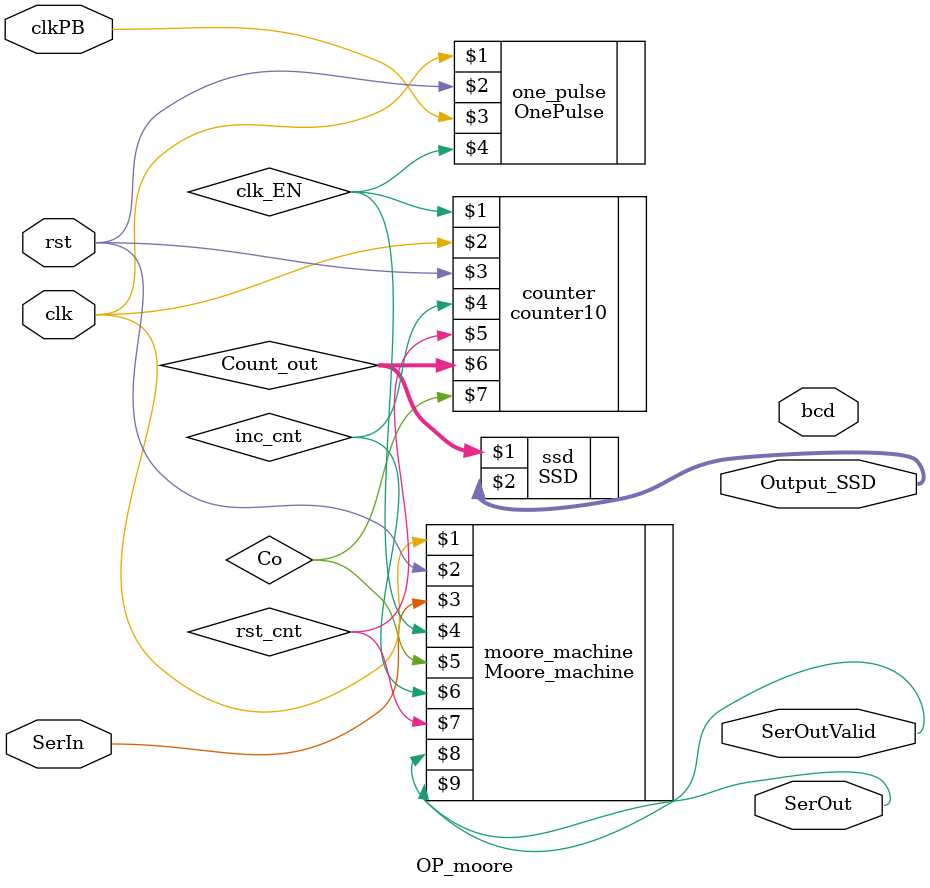
<source format=sv>

`timescale 1 ns/1ns

module OP_moore(input clkPB , clk , rst , SerIn ,output SerOutValid,SerOut, output[6:0]Output_SSD, output [15:0] bcd);
  wire inc_cnt;
  wire [3:0]Count_out;
  wire clk_EN , Co ,  rst_cnt;
OnePulse   one_pulse(clk,rst , clkPB,  clk_EN);
Moore_machine   moore_machine(clk ,rst , SerIn , clk_EN , Co , inc_cnt , rst_cnt , SerOutValid ,SerOut);
counter10 counter(clk_EN , clk ,rst, inc_cnt , rst_cnt , Count_out , Co );
SSD ssd(Count_out , Output_SSD );
endmodule 

</source>
